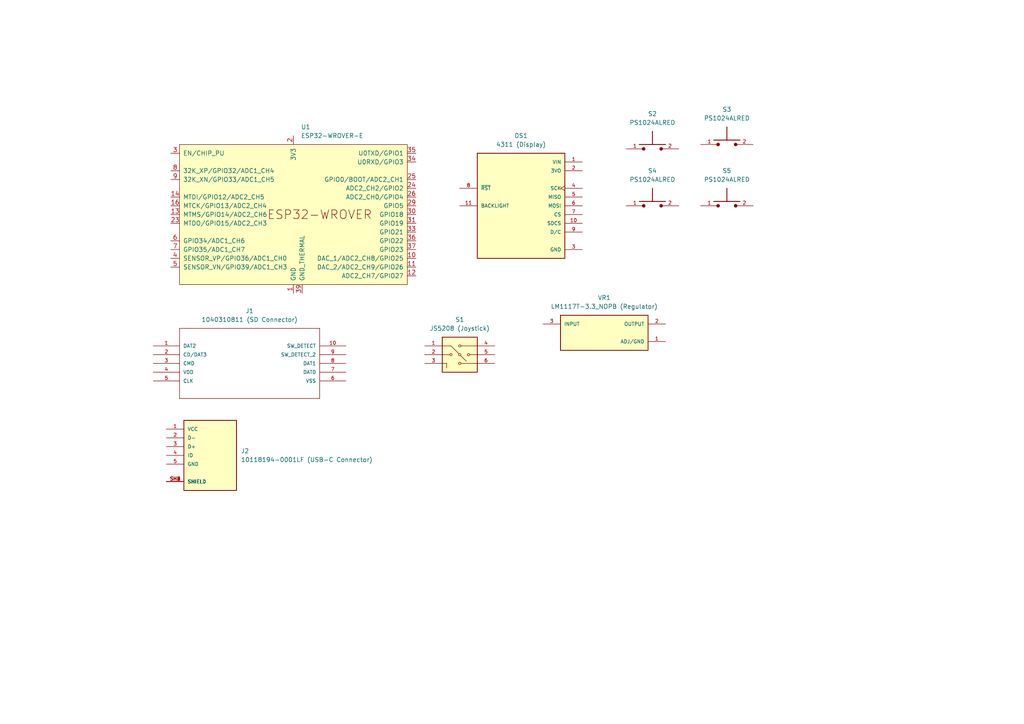
<source format=kicad_sch>
(kicad_sch (version 20231120) (generator "eeschema") (generator_version "8.0")
  (paper "A4")
  (lib_symbols
    (symbol "10118194-0001LF:10118194-0001LF" (pin_names (offset 1.016))
      (property "Reference" "J" (at -7.62 10.922 0))
      (property "Value" "10118194-0001LF" (at -7.62 -12.7 0))
      (symbol "10118194-0001LF_0_0"
        (rectangle (start -7.62 -10.16) (end 7.62 10.16) (stroke (width 0.254)) (fill (type background)))
        (pin power_in line (at -12.7 7.62 0) (length 5.08) (name "VCC") (number "1"))
        (pin bidirectional line (at -12.7 5.08 0) (length 5.08) (name "D-") (number "2"))
        (pin bidirectional line (at -12.7 2.54 0) (length 5.08) (name "D+") (number "3"))
        (pin bidirectional line (at -12.7 0 0) (length 5.08) (name "ID") (number "4"))
        (pin power_in line (at -12.7 -2.54 0) (length 5.08) (name "GND") (number "5"))
        (pin passive line (at -12.7 -7.62 0) (length 5.08) (name "SHIELD") (number "SH1"))
        (pin passive line (at -12.7 -7.62 0) (length 5.08) (name "SHIELD") (number "SH2"))
        (pin passive line (at -12.7 -7.62 0) (length 5.08) (name "SHIELD") (number "SH3"))
        (pin passive line (at -12.7 -7.62 0) (length 5.08) (name "SHIELD") (number "SH4"))
        (pin passive line (at -12.7 -7.62 0) (length 5.08) (name "SHIELD") (number "SH5"))
        (pin passive line (at -12.7 -7.62 0) (length 5.08) (name "SHIELD") (number "SH6"))
      )
    )
    (symbol "1040310811:1040310811" (pin_names (offset 1.016))
      (property "Reference" "J" (at 23.2156 9.1186 0))
      (property "Value" "1040310811" (at 22.5806 6.5786 0))
      (symbol "1040310811_0_0"
        (polyline (pts (xy 7.62 -15.24) (xy 48.26 -15.24)) (stroke (width 0.1524)))
        (polyline (pts (xy 7.62 5.08) (xy 7.62 -15.24)) (stroke (width 0.1524)))
        (polyline (pts (xy 48.26 -15.24) (xy 48.26 5.08)) (stroke (width 0.1524)))
        (polyline (pts (xy 48.26 5.08) (xy 7.62 5.08)) (stroke (width 0.1524)))
        (pin bidirectional line (at 0 0 0) (length 7.62) (name "DAT2") (number "1"))
        (pin passive line (at 55.88 0 180) (length 7.62) (name "SW_DETECT") (number "10"))
        (pin bidirectional line (at 0 -2.54 0) (length 7.62) (name "CD/DAT3") (number "2"))
        (pin passive line (at 0 -5.08 0) (length 7.62) (name "CMD") (number "3"))
        (pin power_in line (at 0 -7.62 0) (length 7.62) (name "VDD") (number "4"))
        (pin passive line (at 0 -10.16 0) (length 7.62) (name "CLK") (number "5"))
        (pin passive line (at 55.88 -10.16 180) (length 7.62) (name "VSS") (number "6"))
        (pin bidirectional line (at 55.88 -7.62 180) (length 7.62) (name "DAT0") (number "7"))
        (pin bidirectional line (at 55.88 -5.08 180) (length 7.62) (name "DAT1") (number "8"))
        (pin passive line (at 55.88 -2.54 180) (length 7.62) (name "SW_DETECT_2") (number "9"))
      )
    )
    (symbol "4311:4311" (pin_names (offset 1.016))
      (property "Reference" "DS" (at -12.7 16.002 0))
      (property "Value" "4311" (at -12.7 -17.78 0))
      (symbol "4311_0_0"
        (rectangle (start -12.7 -15.24) (end 12.7 15.24) (stroke (width 0.254)) (fill (type background)))
        (pin power_in line (at 17.78 12.7 180) (length 5.08) (name "VIN") (number "1"))
        (pin input line (at 17.78 -5.08 180) (length 5.08) (name "SDCS") (number "10"))
        (pin input line (at -17.78 0 0) (length 5.08) (name "BACKLIGHT") (number "11"))
        (pin power_in line (at 17.78 10.16 180) (length 5.08) (name "3VO") (number "2"))
        (pin power_in line (at 17.78 -12.7 180) (length 5.08) (name "GND") (number "3"))
        (pin input clock (at 17.78 5.08 180) (length 5.08) (name "SCK") (number "4"))
        (pin output line (at 17.78 2.54 180) (length 5.08) (name "MISO") (number "5"))
        (pin input line (at 17.78 0 180) (length 5.08) (name "MOSI") (number "6"))
        (pin input line (at 17.78 -2.54 180) (length 5.08) (name "CS") (number "7"))
        (pin input line (at -17.78 5.08 0) (length 5.08) (name "~{RST}") (number "8"))
        (pin input line (at 17.78 -7.62 180) (length 5.08) (name "D/C") (number "9"))
      )
    )
    (symbol "JS5208:JS5208" (pin_names (offset 1.016))
      (property "Reference" "S" (at -5.08 6.35 0))
      (property "Value" "JS5208" (at -5.08 -7.62 0))
      (symbol "JS5208_0_0"
        (rectangle (start -5.08 -5.08) (end 5.08 5.08) (stroke (width 0.254)) (fill (type background)))
        (circle (center -2.54 0) (radius 0.3302) (stroke (width 0.1524)))
        (circle (center 0 -2.54) (radius 0.3302) (stroke (width 0.1524)))
        (polyline (pts (xy -5.08 -2.54) (xy -3.81 -2.54)) (stroke (width 0.1524)))
        (polyline (pts (xy -5.08 0) (xy -2.921 0)) (stroke (width 0.1524)))
        (polyline (pts (xy -5.08 2.54) (xy -2.54 2.54)) (stroke (width 0.1524)))
        (polyline (pts (xy -3.81 -2.54) (xy -3.81 -3.81)) (stroke (width 0.1524)))
        (polyline (pts (xy -2.54 2.54) (xy -0.254 0.254)) (stroke (width 0.1524)))
        (polyline (pts (xy 0.254 -0.254) (xy 1.905 -1.905)) (stroke (width 0.1524)))
        (polyline (pts (xy 0.381 -2.54) (xy 5.08 -2.54)) (stroke (width 0.1524)))
        (polyline (pts (xy 0.381 2.54) (xy 5.08 2.54)) (stroke (width 0.1524)))
        (polyline (pts (xy 2.921 0) (xy 5.08 0)) (stroke (width 0.1524)))
        (circle (center 0 0) (radius 0.3302) (stroke (width 0.1524)))
        (circle (center 0 2.54) (radius 0.3302) (stroke (width 0.1524)))
        (circle (center 2.54 0) (radius 0.3302) (stroke (width 0.1524)))
        (pin passive line (at -10.16 2.54 0) (length 5.08) (name "~") (number "1"))
        (pin passive line (at -10.16 0 0) (length 5.08) (name "~") (number "2"))
        (pin passive line (at -10.16 -2.54 0) (length 5.08) (name "~") (number "3"))
        (pin passive line (at 10.16 2.54 180) (length 5.08) (name "~") (number "4"))
        (pin passive line (at 10.16 0 180) (length 5.08) (name "~") (number "5"))
        (pin passive line (at 10.16 -2.54 180) (length 5.08) (name "~") (number "6"))
      )
    )
    (symbol "LM1117T-3.3_NOPB:LM1117T-3.3_NOPB" (pin_names (offset 1.016))
      (property "Reference" "VR" (at -12.7 5.842 0))
      (property "Value" "LM1117T-3.3_NOPB" (at -12.7 -5.842 0))
      (symbol "LM1117T-3.3_NOPB_0_0"
        (rectangle (start -12.7 -5.08) (end 12.7 5.08) (stroke (width 0.254)) (fill (type background)))
        (pin power_in line (at 17.78 -2.54 180) (length 5.08) (name "ADJ/GND") (number "1"))
        (pin output line (at 17.78 2.54 180) (length 5.08) (name "OUTPUT") (number "2"))
        (pin input line (at -17.78 2.54 0) (length 5.08) (name "INPUT") (number "3"))
      )
    )
    (symbol "PCM_Espressif:ESP32-WROVER-E" (pin_names (offset 1.016))
      (property "Reference" "U" (at -30.48 25.4 0))
      (property "Value" "ESP32-WROVER-E" (at -30.48 22.86 0))
      (symbol "ESP32-WROVER-E_0_1"
        (rectangle (start -33.02 20.32) (end 33.02 -20.32) (fill (type background)))
      )
      (symbol "ESP32-WROVER-E_1_1"
        (text "ESP32-­WROVER" (at 7.62 0 0) (effects (font (size 2.54 2.54))))
        (pin power_in line (at 0 -22.86 90) (length 2.54) (name "GND") (number "1"))
        (pin bidirectional line (at 35.56 -12.7 180) (length 2.54) (name "DAC_1/ADC2_CH8/GPIO25") (number "10"))
        (pin bidirectional line (at 35.56 -15.24 180) (length 2.54) (name "DAC_2/ADC2_CH9/GPIO26") (number "11"))
        (pin bidirectional line (at 35.56 -17.78 180) (length 2.54) (name "ADC2_CH7/GPIO27") (number "12"))
        (pin bidirectional line (at -35.56 0 0) (length 2.54) (name "MTMS/GPIO14/ADC2_CH6") (number "13"))
        (pin bidirectional line (at -35.56 5.08 0) (length 2.54) (name "MTDI/GPIO12/ADC2_CH5") (number "14"))
        (pin passive line (at 0 -22.86 90) (length 2.54) hide (name "GND") (number "15"))
        (pin bidirectional line (at -35.56 2.54 0) (length 2.54) (name "MTCK/GPIO13/ADC2_CH4") (number "16"))
        (pin power_in line (at 0 22.86 270) (length 2.54) (name "3V3") (number "2"))
        (pin bidirectional line (at -35.56 -2.54 0) (length 2.54) (name "MTDO/GPIO15/ADC2_CH3") (number "23"))
        (pin bidirectional line (at 35.56 7.62 180) (length 2.54) (name "ADC2_CH2/GPIO2") (number "24"))
        (pin bidirectional line (at 35.56 10.16 180) (length 2.54) (name "GPIO0/BOOT/ADC2_CH1") (number "25"))
        (pin bidirectional line (at 35.56 5.08 180) (length 2.54) (name "ADC2_CH0/GPIO4") (number "26"))
        (pin bidirectional line (at 35.56 2.54 180) (length 2.54) (name "GPIO5") (number "29"))
        (pin input line (at -35.56 17.78 0) (length 2.54) (name "EN/CHIP_PU") (number "3"))
        (pin bidirectional line (at 35.56 0 180) (length 2.54) (name "GPIO18") (number "30"))
        (pin bidirectional line (at 35.56 -2.54 180) (length 2.54) (name "GPIO19") (number "31"))
        (pin bidirectional line (at 35.56 -5.08 180) (length 2.54) (name "GPIO21") (number "33"))
        (pin bidirectional line (at 35.56 15.24 180) (length 2.54) (name "U0RXD/GPIO3") (number "34"))
        (pin bidirectional line (at 35.56 17.78 180) (length 2.54) (name "U0TXD/GPIO1") (number "35"))
        (pin bidirectional line (at 35.56 -7.62 180) (length 2.54) (name "GPIO22") (number "36"))
        (pin bidirectional line (at 35.56 -10.16 180) (length 2.54) (name "GPIO23") (number "37"))
        (pin passive line (at 0 -22.86 90) (length 2.54) hide (name "GND") (number "38"))
        (pin power_in line (at 2.54 -22.86 90) (length 2.54) (name "GND_THERMAL") (number "39"))
        (pin input line (at -35.56 -12.7 0) (length 2.54) (name "SENSOR_VP/GPIO36/ADC1_CH0") (number "4"))
        (pin input line (at -35.56 -15.24 0) (length 2.54) (name "SENSOR_VN/GPIO39/ADC1_CH3") (number "5"))
        (pin input line (at -35.56 -7.62 0) (length 2.54) (name "GPIO34/ADC1_CH6") (number "6"))
        (pin input line (at -35.56 -10.16 0) (length 2.54) (name "GPIO35/ADC1_CH7") (number "7"))
        (pin bidirectional line (at -35.56 12.7 0) (length 2.54) (name "32K_XP/GPIO32/ADC1_CH4") (number "8"))
        (pin bidirectional line (at -35.56 10.16 0) (length 2.54) (name "32K_XN/GPIO33/ADC1_CH5") (number "9"))
      )
    )
    (symbol "PS1024ALRED:PS1024ALRED" (pin_names (offset 1.016))
      (property "Reference" "S" (at -5.08 6.35 0))
      (property "Value" "PS1024ALRED" (at -5.08 -5.08 0))
      (symbol "PS1024ALRED_0_0"
        (circle (center -2.54 0) (radius 0.254) (stroke (width 0.508)))
        (polyline (pts (xy -3.81 1.27) (xy 0 1.27)) (stroke (width 0.254)))
        (polyline (pts (xy 0 1.27) (xy 0 5.08)) (stroke (width 0.254)))
        (polyline (pts (xy 0 1.27) (xy 3.81 1.27)) (stroke (width 0.254)))
        (circle (center 2.54 0) (radius 0.254) (stroke (width 0.508)))
        (pin passive line (at -7.62 0 0) (length 5.08) (name "~") (number "1"))
        (pin passive line (at 7.62 0 180) (length 5.08) (name "~") (number "2"))
      )
    )
  )
  (symbol (lib_id "10118194-0001LF:10118194-0001LF") (at 60.96 132.08 0) (unit 1)
    (property "Reference" "J2" (at 69.85 130.8099 0) (effects (justify left)))
    (property "Value" "10118194-0001LF (USB-C Connector)" (at 69.85 133.3499 0) (effects (justify left)))
    (property "Footprint" "10118194-0001LF:AMPHENOL_10118194-0001LF" (effects (hide yes)))
    (property "MF" "Amphenol ICC" (effects (hide yes)))
    (property "MAXIMUM_PACKAGE_HEIGHT" "2.66mm" (effects (hide yes)))
    (property "Package" "None" (effects (hide yes)))
    (property "Price" "None" (effects (hide yes)))
    (property "Check_prices" "https://www.snapeda.com/parts/10118194-0001LF/Amphenol/view-part/?ref=eda" (effects (hide yes)))
    (property "STANDARD" "Manufacturer Recommendations" (effects (hide yes)))
    (property "PARTREV" "D" (effects (hide yes)))
    (property "SnapEDA_Link" "https://www.snapeda.com/parts/10118194-0001LF/Amphenol/view-part/?ref=snap" (effects (hide yes)))
    (property "MP" "10118194-0001LF" (effects (hide yes)))
    (property "Description_1" "\n                        \n                            Micro USB, Input Output Connectors, B TYPE RECEPTACLE with flange\n                        \n" (effects (hide yes)))
    (property "Availability" "In Stock" (effects (hide yes)))
    (property "MANUFACTURER" "Amphenol" (effects (hide yes)))
  )
  (symbol (lib_id "LM1117T-3.3_NOPB:LM1117T-3.3_NOPB") (at 175.26 96.52 0) (unit 1)
    (property "Reference" "VR1" (at 175.26 86.36 0))
    (property "Value" "LM1117T-3.3_NOPB (Regulator)" (at 175.26 88.9 0))
    (property "Footprint" "LM1117T-3.3_NOPB:TO254P1054X470X1955-3" (effects (hide yes)))
    (property "DigiKey_Part_Number" "LM1117T-3.3/NOPB-ND" (effects (hide yes)))
    (property "SnapEDA_Link" "https://www.snapeda.com/parts/LM1117T-3.3/NOPB/Texas+Instruments/view-part/?ref=snap" (effects (hide yes)))
    (property "MAXIMUM_PACKAGE_HEIGHT" "19.55mm" (effects (hide yes)))
    (property "Package" "TO-220-3 Texas Instruments" (effects (hide yes)))
    (property "Check_prices" "https://www.snapeda.com/parts/LM1117T-3.3/NOPB/Texas+Instruments/view-part/?ref=eda" (effects (hide yes)))
    (property "STANDARD" "IPC-7351B" (effects (hide yes)))
    (property "PARTREV" "O" (effects (hide yes)))
    (property "MF" "Texas Instruments" (effects (hide yes)))
    (property "SNAPEDA_PACKAGE_ID" "102750" (effects (hide yes)))
    (property "MP" "LM1117T-3.3/NOPB" (effects (hide yes)))
    (property "Description_1" "\n                        \n                            800-mA 15-V linear voltage regulator\n                        \n" (effects (hide yes)))
    (property "MANUFACTURER" "Texas Instruments" (effects (hide yes)))
  )
  (symbol (lib_id "PCM_Espressif:ESP32-WROVER-E") (at 85.09 62.23 0) (unit 1)
    (property "Reference" "U1" (at 87.2841 36.83 0) (effects (justify left)))
    (property "Value" "ESP32-WROVER-E" (at 87.2841 39.37 0) (effects (justify left)))
    (property "Footprint" "PCM_Espressif:ESP32-WROVER-E" (effects (hide yes)))
    (property "Datasheet" "https://www.espressif.com/sites/default/files/documentation/esp32-wrover-e_esp32-wrover-ie_datasheet_en.pdf" (effects (hide yes)))
    (property "Description" "ESP32-WROVER-E and ESP32-WROVER-IE are two powerful, generic WiFi-BT-BLE MCU modules that target a wide variety of applications, ranging from low-power sensor networks to the most demanding tasks, such as voice encoding, music streaming and MP3 decoding. ESP32-WROVER-E comes with a PCB antenna, and ESP32-WROVER-IE with an IPEX antenna. They both featurea 4 MB external SPI flash and an additional 8 MB SPI Pseudo static RAM (PSRAM)." (effects (hide yes)))
  )
  (symbol (lib_id "PS1024ALRED:PS1024ALRED") (at 210.82 59.69 0) (unit 1)
    (property "Reference" "S5" (at 210.82 49.53 0))
    (property "Value" "PS1024ALRED" (at 210.82 52.07 0))
    (property "Footprint" "PS1024ALRED:SW_PS1024ALRED" (effects (hide yes)))
    (property "MF" "E-Switch" (effects (hide yes)))
    (property "MAXIMUM_PACKAGE_HEIGHT" "26.6 mm" (effects (hide yes)))
    (property "Package" "None" (effects (hide yes)))
    (property "Price" "None" (effects (hide yes)))
    (property "Check_prices" "https://www.snapeda.com/parts/PS1024ALRED/E-Switch/view-part/?ref=eda" (effects (hide yes)))
    (property "STANDARD" "IPC-7351B" (effects (hide yes)))
    (property "PARTREV" "C" (effects (hide yes)))
    (property "SnapEDA_Link" "https://www.snapeda.com/parts/PS1024ALRED/E-Switch/view-part/?ref=snap" (effects (hide yes)))
    (property "MP" "PS1024ALRED" (effects (hide yes)))
    (property "Description_1" "\n                        \n                            Pushbutton Switch,PS1024 Series,SPST-NO,OFF-(ON),Round Red Cap,3A,125VAC,Solder | E-Switch PS1024ALRED\n                        \n" (effects (hide yes)))
    (property "Availability" "In Stock" (effects (hide yes)))
    (property "MANUFACTURER" "E-Switch" (effects (hide yes)))
  )
  (symbol (lib_id "JS5208:JS5208") (at 133.35 102.87 0) (unit 1)
    (property "Reference" "S1" (at 133.35 92.71 0))
    (property "Value" "JS5208 (Joystick)" (at 133.35 95.25 0))
    (property "Footprint" "JS5208:SW_JS5208" (effects (hide yes)))
    (property "DigiKey_Part_Number" "EG4561-ND" (effects (hide yes)))
    (property "SnapEDA_Link" "https://www.snapeda.com/parts/JS5208/E-Switch/view-part/?ref=snap" (effects (hide yes)))
    (property "MAXIMUM_PACKAGE_HEIGHT" "12.6 mm" (effects (hide yes)))
    (property "Package" "None" (effects (hide yes)))
    (property "Check_prices" "https://www.snapeda.com/parts/JS5208/E-Switch/view-part/?ref=eda" (effects (hide yes)))
    (property "STANDARD" "Manufacturer Recommendations" (effects (hide yes)))
    (property "PARTREV" "D" (effects (hide yes)))
    (property "MF" "E-Switch" (effects (hide yes)))
    (property "MP" "JS5208" (effects (hide yes)))
    (property "Description_1" "\n                        \n                            Navigation Switch, JS1400 Series, 4-Way Directional, Plunger, 20mA DC, 12VDC | E-Switch JS5208\n                        \n" (effects (hide yes)))
    (property "MANUFACTURER" "E-Switch" (effects (hide yes)))
  )
  (symbol (lib_id "1040310811:1040310811") (at 44.45 100.33 0) (unit 1)
    (property "Reference" "J1" (at 72.39 90.17 0))
    (property "Value" "1040310811 (SD Connector)" (at 72.39 92.71 0))
    (property "Footprint" "1040310811:104031-0811_MOL" (effects (hide yes)))
    (property "MF" "Molex" (effects (hide yes)))
    (property "Description_1" "\n                        \n                            10 (8 + 2) Position Card Connector Secure Digital - microSD™ Surface Mount, Right Angle Gold\n                        \n" (effects (hide yes)))
    (property "Package" "None" (effects (hide yes)))
    (property "Price" "None" (effects (hide yes)))
    (property "Check_prices" "https://www.snapeda.com/parts/1040310811/Molex/view-part/?ref=eda" (effects (hide yes)))
    (property "Availability" "In Stock" (effects (hide yes)))
    (property "SnapEDA_Link" "https://www.snapeda.com/parts/1040310811/Molex/view-part/?ref=snap" (effects (hide yes)))
    (property "MP" "1040310811" (effects (hide yes)))
    (property "MFR_NAME" "Molex Connector Corporation" (effects (hide yes)))
    (property "MANUFACTURER_PART_NUMBER" "1040310811" (effects (hide yes)))
  )
  (symbol (lib_id "4311:4311") (at 151.13 59.69 0) (unit 1)
    (property "Reference" "DS1" (at 151.13 39.37 0))
    (property "Value" "4311 (Display)" (at 151.13 41.91 0))
    (property "Footprint" "4311:MODULE_4311" (effects (hide yes)))
    (property "MF" "Adafruit Industries LLC" (effects (hide yes)))
    (property "MAXIMUM_PACKAGE_HEIGHT" "6.08mm" (effects (hide yes)))
    (property "Package" "None" (effects (hide yes)))
    (property "Price" "None" (effects (hide yes)))
    (property "Check_prices" "https://www.snapeda.com/parts/4311/Adafruit+Industries/view-part/?ref=eda" (effects (hide yes)))
    (property "STANDARD" "Manufacturer Recommendations" (effects (hide yes)))
    (property "PARTREV" "2023-07-05" (effects (hide yes)))
    (property "SnapEDA_Link" "https://www.snapeda.com/parts/4311/Adafruit+Industries/view-part/?ref=snap" (effects (hide yes)))
    (property "MP" "4311" (effects (hide yes)))
    (property "Description_1" "\n                        \n                            Graphic LCD Display Module Red, Green, Blue (RGB) TFT - Color, IPS (In-Plane Switching) SPI 2 (50.80mm) 320 x 240\n                        \n" (effects (hide yes)))
    (property "Availability" "In Stock" (effects (hide yes)))
    (property "MANUFACTURER" "Adafruit" (effects (hide yes)))
  )
  (symbol (lib_id "PS1024ALRED:PS1024ALRED") (at 189.23 43.18 0) (unit 1)
    (property "Reference" "S2" (at 189.23 33.02 0))
    (property "Value" "PS1024ALRED" (at 189.23 35.56 0))
    (property "Footprint" "PS1024ALRED:SW_PS1024ALRED" (effects (hide yes)))
    (property "MF" "E-Switch" (effects (hide yes)))
    (property "MAXIMUM_PACKAGE_HEIGHT" "26.6 mm" (effects (hide yes)))
    (property "Package" "None" (effects (hide yes)))
    (property "Price" "None" (effects (hide yes)))
    (property "Check_prices" "https://www.snapeda.com/parts/PS1024ALRED/E-Switch/view-part/?ref=eda" (effects (hide yes)))
    (property "STANDARD" "IPC-7351B" (effects (hide yes)))
    (property "PARTREV" "C" (effects (hide yes)))
    (property "SnapEDA_Link" "https://www.snapeda.com/parts/PS1024ALRED/E-Switch/view-part/?ref=snap" (effects (hide yes)))
    (property "MP" "PS1024ALRED" (effects (hide yes)))
    (property "Description_1" "\n                        \n                            Pushbutton Switch,PS1024 Series,SPST-NO,OFF-(ON),Round Red Cap,3A,125VAC,Solder | E-Switch PS1024ALRED\n                        \n" (effects (hide yes)))
    (property "Availability" "In Stock" (effects (hide yes)))
    (property "MANUFACTURER" "E-Switch" (effects (hide yes)))
  )
  (symbol (lib_id "PS1024ALRED:PS1024ALRED") (at 210.82 41.91 0) (unit 1)
    (property "Reference" "S3" (at 210.82 31.75 0))
    (property "Value" "PS1024ALRED" (at 210.82 34.29 0))
    (property "Footprint" "PS1024ALRED:SW_PS1024ALRED" (effects (hide yes)))
    (property "MF" "E-Switch" (effects (hide yes)))
    (property "MAXIMUM_PACKAGE_HEIGHT" "26.6 mm" (effects (hide yes)))
    (property "Package" "None" (effects (hide yes)))
    (property "Price" "None" (effects (hide yes)))
    (property "Check_prices" "https://www.snapeda.com/parts/PS1024ALRED/E-Switch/view-part/?ref=eda" (effects (hide yes)))
    (property "STANDARD" "IPC-7351B" (effects (hide yes)))
    (property "PARTREV" "C" (effects (hide yes)))
    (property "SnapEDA_Link" "https://www.snapeda.com/parts/PS1024ALRED/E-Switch/view-part/?ref=snap" (effects (hide yes)))
    (property "MP" "PS1024ALRED" (effects (hide yes)))
    (property "Description_1" "\n                        \n                            Pushbutton Switch,PS1024 Series,SPST-NO,OFF-(ON),Round Red Cap,3A,125VAC,Solder | E-Switch PS1024ALRED\n                        \n" (effects (hide yes)))
    (property "Availability" "In Stock" (effects (hide yes)))
    (property "MANUFACTURER" "E-Switch" (effects (hide yes)))
  )
  (symbol (lib_id "PS1024ALRED:PS1024ALRED") (at 189.23 59.69 0) (unit 1)
    (property "Reference" "S4" (at 189.23 49.53 0))
    (property "Value" "PS1024ALRED" (at 189.23 52.07 0))
    (property "Footprint" "PS1024ALRED:SW_PS1024ALRED" (effects (hide yes)))
    (property "MF" "E-Switch" (effects (hide yes)))
    (property "MAXIMUM_PACKAGE_HEIGHT" "26.6 mm" (effects (hide yes)))
    (property "Package" "None" (effects (hide yes)))
    (property "Price" "None" (effects (hide yes)))
    (property "Check_prices" "https://www.snapeda.com/parts/PS1024ALRED/E-Switch/view-part/?ref=eda" (effects (hide yes)))
    (property "STANDARD" "IPC-7351B" (effects (hide yes)))
    (property "PARTREV" "C" (effects (hide yes)))
    (property "SnapEDA_Link" "https://www.snapeda.com/parts/PS1024ALRED/E-Switch/view-part/?ref=snap" (effects (hide yes)))
    (property "MP" "PS1024ALRED" (effects (hide yes)))
    (property "Description_1" "\n                        \n                            Pushbutton Switch,PS1024 Series,SPST-NO,OFF-(ON),Round Red Cap,3A,125VAC,Solder | E-Switch PS1024ALRED\n                        \n" (effects (hide yes)))
    (property "Availability" "In Stock" (effects (hide yes)))
    (property "MANUFACTURER" "E-Switch" (effects (hide yes)))
  )
)
</source>
